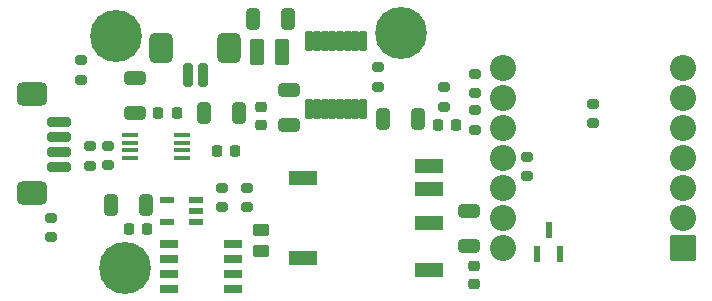
<source format=gbr>
%TF.GenerationSoftware,KiCad,Pcbnew,7.0.9*%
%TF.CreationDate,2024-04-30T03:57:04-04:00*%
%TF.ProjectId,5.2_5V,352e325f-3556-42e6-9b69-6361645f7063,rev?*%
%TF.SameCoordinates,Original*%
%TF.FileFunction,Soldermask,Top*%
%TF.FilePolarity,Negative*%
%FSLAX46Y46*%
G04 Gerber Fmt 4.6, Leading zero omitted, Abs format (unit mm)*
G04 Created by KiCad (PCBNEW 7.0.9) date 2024-04-30 03:57:04*
%MOMM*%
%LPD*%
G01*
G04 APERTURE LIST*
G04 Aperture macros list*
%AMRoundRect*
0 Rectangle with rounded corners*
0 $1 Rounding radius*
0 $2 $3 $4 $5 $6 $7 $8 $9 X,Y pos of 4 corners*
0 Add a 4 corners polygon primitive as box body*
4,1,4,$2,$3,$4,$5,$6,$7,$8,$9,$2,$3,0*
0 Add four circle primitives for the rounded corners*
1,1,$1+$1,$2,$3*
1,1,$1+$1,$4,$5*
1,1,$1+$1,$6,$7*
1,1,$1+$1,$8,$9*
0 Add four rect primitives between the rounded corners*
20,1,$1+$1,$2,$3,$4,$5,0*
20,1,$1+$1,$4,$5,$6,$7,0*
20,1,$1+$1,$6,$7,$8,$9,0*
20,1,$1+$1,$8,$9,$2,$3,0*%
G04 Aperture macros list end*
%ADD10RoundRect,0.102000X1.000000X1.000000X-1.000000X1.000000X-1.000000X-1.000000X1.000000X-1.000000X0*%
%ADD11C,2.204000*%
%ADD12RoundRect,0.500000X-0.500000X-0.800000X0.500000X-0.800000X0.500000X0.800000X-0.500000X0.800000X0*%
%ADD13RoundRect,0.200000X-0.200000X-0.800000X0.200000X-0.800000X0.200000X0.800000X-0.200000X0.800000X0*%
%ADD14RoundRect,0.500000X0.800000X-0.500000X0.800000X0.500000X-0.800000X0.500000X-0.800000X-0.500000X0*%
%ADD15RoundRect,0.200000X0.800000X-0.200000X0.800000X0.200000X-0.800000X0.200000X-0.800000X-0.200000X0*%
%ADD16RoundRect,0.205000X0.795000X-0.205000X0.795000X0.205000X-0.795000X0.205000X-0.795000X-0.205000X0*%
%ADD17RoundRect,0.200000X-0.275000X0.200000X-0.275000X-0.200000X0.275000X-0.200000X0.275000X0.200000X0*%
%ADD18R,1.400000X0.450000*%
%ADD19RoundRect,0.225000X-0.225000X-0.250000X0.225000X-0.250000X0.225000X0.250000X-0.225000X0.250000X0*%
%ADD20R,2.440000X1.200000*%
%ADD21RoundRect,0.200000X0.275000X-0.200000X0.275000X0.200000X-0.275000X0.200000X-0.275000X-0.200000X0*%
%ADD22RoundRect,0.250000X-0.325000X-0.650000X0.325000X-0.650000X0.325000X0.650000X-0.325000X0.650000X0*%
%ADD23RoundRect,0.225000X-0.250000X0.225000X-0.250000X-0.225000X0.250000X-0.225000X0.250000X0.225000X0*%
%ADD24RoundRect,0.250000X0.650000X-0.325000X0.650000X0.325000X-0.650000X0.325000X-0.650000X-0.325000X0*%
%ADD25C,4.400000*%
%ADD26RoundRect,0.225000X0.225000X0.250000X-0.225000X0.250000X-0.225000X-0.250000X0.225000X-0.250000X0*%
%ADD27R,0.558800X1.320800*%
%ADD28RoundRect,0.250000X0.450000X-0.262500X0.450000X0.262500X-0.450000X0.262500X-0.450000X-0.262500X0*%
%ADD29RoundRect,0.250000X-0.375000X-0.850000X0.375000X-0.850000X0.375000X0.850000X-0.375000X0.850000X0*%
%ADD30RoundRect,0.250000X-0.650000X0.325000X-0.650000X-0.325000X0.650000X-0.325000X0.650000X0.325000X0*%
%ADD31R,1.526000X0.650000*%
%ADD32RoundRect,0.250000X0.325000X0.650000X-0.325000X0.650000X-0.325000X-0.650000X0.325000X-0.650000X0*%
%ADD33R,1.200000X0.600000*%
%ADD34RoundRect,0.122500X-0.184500X0.764500X-0.184500X-0.764500X0.184500X-0.764500X0.184500X0.764500X0*%
G04 APERTURE END LIST*
D10*
%TO.C,U3*%
X183432500Y-52380000D03*
D11*
X183432500Y-49840000D03*
X183432500Y-47300000D03*
X183432500Y-44760000D03*
X183432500Y-42220000D03*
X183432500Y-39680000D03*
X183432500Y-37140000D03*
X168192500Y-37140000D03*
X168192500Y-39680000D03*
X168192500Y-42220000D03*
X168192500Y-44760000D03*
X168192500Y-47300000D03*
X168192500Y-49840000D03*
X168192500Y-52380000D03*
%TD*%
D12*
%TO.C,J1*%
X139275500Y-35530500D03*
X145025500Y-35530500D03*
D13*
X142775500Y-37780500D03*
X141525500Y-37780500D03*
%TD*%
D14*
%TO.C,J2*%
X128367500Y-47775500D03*
X128367500Y-39425500D03*
D15*
X130617500Y-41775500D03*
X130617500Y-43025500D03*
D16*
X130617500Y-44275500D03*
D15*
X130617500Y-45525500D03*
%TD*%
D17*
%TO.C,R11*%
X132461000Y-36513000D03*
X132461000Y-38163000D03*
%TD*%
D18*
%TO.C,IC1*%
X136611000Y-42840000D03*
X136611000Y-43490000D03*
X136611000Y-44140000D03*
X136611000Y-44790000D03*
X141011000Y-44790000D03*
X141011000Y-44140000D03*
X141011000Y-43490000D03*
X141011000Y-42840000D03*
%TD*%
D19*
%TO.C,C3*%
X144005000Y-44196000D03*
X145555000Y-44196000D03*
%TD*%
D20*
%TO.C,PS2*%
X161925000Y-45466000D03*
X161925000Y-47466000D03*
X161925000Y-50266000D03*
X161925000Y-54266000D03*
X151285000Y-46466000D03*
X151285000Y-53266000D03*
%TD*%
D17*
%TO.C,R2*%
X170240000Y-44675000D03*
X170240000Y-46325000D03*
%TD*%
D21*
%TO.C,R5*%
X175850000Y-41875000D03*
X175850000Y-40225000D03*
%TD*%
D22*
%TO.C,C7*%
X135035000Y-48740000D03*
X137985000Y-48740000D03*
%TD*%
D23*
%TO.C,C4*%
X165735000Y-53950000D03*
X165735000Y-55500000D03*
%TD*%
D24*
%TO.C,C15*%
X150114000Y-41988000D03*
X150114000Y-39038000D03*
%TD*%
D17*
%TO.C,R1*%
X157675000Y-37100000D03*
X157675000Y-38750000D03*
%TD*%
D25*
%TO.C,H3*%
X159562800Y-34239200D03*
%TD*%
D23*
%TO.C,C14*%
X147701000Y-40500000D03*
X147701000Y-42050000D03*
%TD*%
D17*
%TO.C,R10*%
X129921000Y-49848000D03*
X129921000Y-51498000D03*
%TD*%
%TO.C,R6*%
X163195000Y-38799000D03*
X163195000Y-40449000D03*
%TD*%
D26*
%TO.C,C6*%
X138085000Y-50780000D03*
X136535000Y-50780000D03*
%TD*%
D17*
%TO.C,RG1*%
X134775000Y-43775000D03*
X134775000Y-45425000D03*
%TD*%
D27*
%TO.C,D1*%
X171122500Y-52966000D03*
X173027500Y-52966000D03*
X172075000Y-50934000D03*
%TD*%
D21*
%TO.C,R8*%
X146558000Y-48958000D03*
X146558000Y-47308000D03*
%TD*%
D22*
%TO.C,C11*%
X142924000Y-41021000D03*
X145874000Y-41021000D03*
%TD*%
D28*
%TO.C,R7*%
X147701000Y-52705000D03*
X147701000Y-50880000D03*
%TD*%
D29*
%TO.C,L1*%
X147388000Y-35814000D03*
X149538000Y-35814000D03*
%TD*%
D17*
%TO.C,R4*%
X165862000Y-40750000D03*
X165862000Y-42400000D03*
%TD*%
D30*
%TO.C,C12*%
X137025000Y-38000000D03*
X137025000Y-40950000D03*
%TD*%
D17*
%TO.C,RG2*%
X133223000Y-43789600D03*
X133223000Y-45439600D03*
%TD*%
D25*
%TO.C,H2*%
X136194800Y-54102000D03*
%TD*%
D19*
%TO.C,C1*%
X162674000Y-42037000D03*
X164224000Y-42037000D03*
%TD*%
D31*
%TO.C,IC2*%
X139963000Y-52070000D03*
X139963000Y-53340000D03*
X139963000Y-54610000D03*
X139963000Y-55880000D03*
X145387000Y-55880000D03*
X145387000Y-54610000D03*
X145387000Y-53340000D03*
X145387000Y-52070000D03*
%TD*%
D32*
%TO.C,C13*%
X149987000Y-33020000D03*
X147037000Y-33020000D03*
%TD*%
D30*
%TO.C,C5*%
X165354000Y-49325000D03*
X165354000Y-52275000D03*
%TD*%
D19*
%TO.C,C10*%
X139025000Y-40950000D03*
X140575000Y-40950000D03*
%TD*%
D22*
%TO.C,C2*%
X158037000Y-41529000D03*
X160987000Y-41529000D03*
%TD*%
D21*
%TO.C,R3*%
X165862000Y-39306000D03*
X165862000Y-37656000D03*
%TD*%
D33*
%TO.C,IC4*%
X142250000Y-50250000D03*
X142250000Y-49300000D03*
X142250000Y-48350000D03*
X139750000Y-48350000D03*
X139750000Y-50250000D03*
%TD*%
D21*
%TO.C,R9*%
X144399000Y-48958000D03*
X144399000Y-47308000D03*
%TD*%
D34*
%TO.C,U1*%
X156375000Y-34885000D03*
X155725000Y-34885000D03*
X155075000Y-34885000D03*
X154425000Y-34885000D03*
X153775000Y-34885000D03*
X153125000Y-34885000D03*
X152475000Y-34885000D03*
X151825000Y-34885000D03*
X151825000Y-40625000D03*
X152475000Y-40625000D03*
X153125000Y-40625000D03*
X153775000Y-40625000D03*
X154425000Y-40625000D03*
X155075000Y-40625000D03*
X155725000Y-40625000D03*
X156375000Y-40625000D03*
%TD*%
D25*
%TO.C,H1*%
X135432800Y-34442400D03*
%TD*%
M02*

</source>
